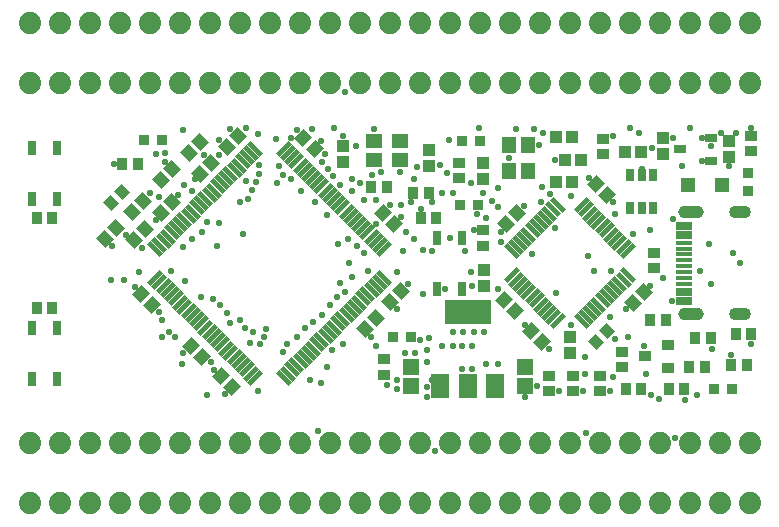
<source format=gbr>
%TF.GenerationSoftware,Altium Limited,Altium Designer,19.0.15 (446)*%
G04 Layer_Color=8388736*
%FSLAX45Y45*%
%MOMM*%
%TF.FileFunction,Soldermask,Top*%
%TF.Part,Single*%
G01*
G75*
%TA.AperFunction,ComponentPad*%
%ADD45C,1.88000*%
G04:AMPARAMS|DCode=46|XSize=1.08mm|YSize=1.88mm|CornerRadius=0.54mm|HoleSize=0mm|Usage=FLASHONLY|Rotation=90.000|XOffset=0mm|YOffset=0mm|HoleType=Round|Shape=RoundedRectangle|*
%AMROUNDEDRECTD46*
21,1,1.08000,0.80000,0,0,90.0*
21,1,0.00000,1.88000,0,0,90.0*
1,1,1.08000,0.40000,0.00000*
1,1,1.08000,0.40000,0.00000*
1,1,1.08000,-0.40000,0.00000*
1,1,1.08000,-0.40000,0.00000*
%
%ADD46ROUNDEDRECTD46*%
G04:AMPARAMS|DCode=47|XSize=1.08mm|YSize=2.18mm|CornerRadius=0.54mm|HoleSize=0mm|Usage=FLASHONLY|Rotation=90.000|XOffset=0mm|YOffset=0mm|HoleType=Round|Shape=RoundedRectangle|*
%AMROUNDEDRECTD47*
21,1,1.08000,1.10000,0,0,90.0*
21,1,0.00000,2.18000,0,0,90.0*
1,1,1.08000,0.55000,0.00000*
1,1,1.08000,0.55000,0.00000*
1,1,1.08000,-0.55000,0.00000*
1,1,1.08000,-0.55000,0.00000*
%
%ADD47ROUNDEDRECTD47*%
%ADD48C,0.08000*%
%TA.AperFunction,ViaPad*%
%ADD49C,0.58000*%
%TA.AperFunction,SMDPad,CuDef*%
%ADD57R,1.08000X0.98000*%
%ADD58R,1.08000X0.78000*%
%ADD59R,0.93000X1.03000*%
%ADD60R,0.68000X1.08000*%
%ADD61R,0.98000X1.08000*%
G04:AMPARAMS|DCode=62|XSize=0.38mm|YSize=1.48mm|CornerRadius=0mm|HoleSize=0mm|Usage=FLASHONLY|Rotation=45.000|XOffset=0mm|YOffset=0mm|HoleType=Round|Shape=Rectangle|*
%AMROTATEDRECTD62*
4,1,4,0.38891,-0.65761,-0.65761,0.38891,-0.38891,0.65761,0.65761,-0.38891,0.38891,-0.65761,0.0*
%
%ADD62ROTATEDRECTD62*%

G04:AMPARAMS|DCode=63|XSize=0.38mm|YSize=1.48mm|CornerRadius=0mm|HoleSize=0mm|Usage=FLASHONLY|Rotation=315.000|XOffset=0mm|YOffset=0mm|HoleType=Round|Shape=Rectangle|*
%AMROTATEDRECTD63*
4,1,4,-0.65761,-0.38891,0.38891,0.65761,0.65761,0.38891,-0.38891,-0.65761,-0.65761,-0.38891,0.0*
%
%ADD63ROTATEDRECTD63*%

%ADD64R,1.03000X0.93000*%
%ADD65R,1.23000X1.48000*%
G04:AMPARAMS|DCode=66|XSize=1.03mm|YSize=0.93mm|CornerRadius=0mm|HoleSize=0mm|Usage=FLASHONLY|Rotation=135.000|XOffset=0mm|YOffset=0mm|HoleType=Round|Shape=Rectangle|*
%AMROTATEDRECTD66*
4,1,4,0.69297,-0.03535,0.03535,-0.69297,-0.69297,0.03535,-0.03535,0.69297,0.69297,-0.03535,0.0*
%
%ADD66ROTATEDRECTD66*%

%TA.AperFunction,ConnectorPad*%
%ADD67R,1.37600X0.67600*%
%ADD68R,1.37600X0.37600*%
%TA.AperFunction,SMDPad,CuDef*%
%ADD69R,0.98000X0.88000*%
%ADD70R,0.88000X0.88000*%
%ADD71R,0.88000X0.88000*%
G04:AMPARAMS|DCode=72|XSize=1.08mm|YSize=0.98mm|CornerRadius=0mm|HoleSize=0mm|Usage=FLASHONLY|Rotation=225.000|XOffset=0mm|YOffset=0mm|HoleType=Round|Shape=Rectangle|*
%AMROTATEDRECTD72*
4,1,4,0.03535,0.72832,0.72832,0.03535,-0.03535,-0.72832,-0.72832,-0.03535,0.03535,0.72832,0.0*
%
%ADD72ROTATEDRECTD72*%

G04:AMPARAMS|DCode=73|XSize=1.08mm|YSize=0.98mm|CornerRadius=0mm|HoleSize=0mm|Usage=FLASHONLY|Rotation=315.000|XOffset=0mm|YOffset=0mm|HoleType=Round|Shape=Rectangle|*
%AMROTATEDRECTD73*
4,1,4,-0.72832,0.03535,-0.03535,0.72832,0.72832,-0.03535,0.03535,-0.72832,-0.72832,0.03535,0.0*
%
%ADD73ROTATEDRECTD73*%

%ADD74R,1.28000X1.28000*%
%ADD75R,1.28000X1.28000*%
%ADD76R,1.48000X1.23000*%
%ADD77R,3.88000X2.08000*%
%ADD78R,1.58000X2.08000*%
%ADD79R,1.48000X1.38000*%
%ADD80R,0.72600X1.27600*%
D45*
X7112000Y8636000D02*
D03*
X6604000D02*
D03*
X6858000D02*
D03*
X6350000D02*
D03*
X7366000D02*
D03*
X7874000D02*
D03*
X7620000D02*
D03*
X9652000D02*
D03*
X9398000D02*
D03*
X9906000D02*
D03*
X10160000D02*
D03*
X9144000D02*
D03*
X8890000D02*
D03*
X8382000D02*
D03*
X8636000D02*
D03*
X8128000D02*
D03*
X10414000D02*
D03*
X10922000D02*
D03*
X10668000D02*
D03*
X11176000D02*
D03*
X11430000D02*
D03*
X12446000D02*
D03*
X12192000D02*
D03*
X11684000D02*
D03*
X11938000D02*
D03*
X7112000Y5080000D02*
D03*
X6604000D02*
D03*
X6858000D02*
D03*
X6350000D02*
D03*
X7366000D02*
D03*
X7874000D02*
D03*
X7620000D02*
D03*
X9652000D02*
D03*
X9398000D02*
D03*
X9906000D02*
D03*
X10160000D02*
D03*
X9144000D02*
D03*
X8890000D02*
D03*
X8382000D02*
D03*
X8636000D02*
D03*
X8128000D02*
D03*
X10414000D02*
D03*
X10922000D02*
D03*
X10668000D02*
D03*
X11176000D02*
D03*
X11430000D02*
D03*
X12446000D02*
D03*
X12192000D02*
D03*
X11684000D02*
D03*
X11938000D02*
D03*
X7112000Y9144000D02*
D03*
X6604000D02*
D03*
X6858000D02*
D03*
X6350000D02*
D03*
X7366000D02*
D03*
X7874000D02*
D03*
X7620000D02*
D03*
X9652000D02*
D03*
X9398000D02*
D03*
X9906000D02*
D03*
X10160000D02*
D03*
X9144000D02*
D03*
X8890000D02*
D03*
X8382000D02*
D03*
X8636000D02*
D03*
X8128000D02*
D03*
X10414000D02*
D03*
X10922000D02*
D03*
X10668000D02*
D03*
X11176000D02*
D03*
X11430000D02*
D03*
X12446000D02*
D03*
X12192000D02*
D03*
X11684000D02*
D03*
X11938000D02*
D03*
X7112000Y5588000D02*
D03*
X6604000D02*
D03*
X6858000D02*
D03*
X6350000D02*
D03*
X7366000D02*
D03*
X7874000D02*
D03*
X7620000D02*
D03*
X9652000D02*
D03*
X9398000D02*
D03*
X9906000D02*
D03*
X10160000D02*
D03*
X9144000D02*
D03*
X8890000D02*
D03*
X8382000D02*
D03*
X8636000D02*
D03*
X8128000D02*
D03*
X10414000D02*
D03*
X10922000D02*
D03*
X10668000D02*
D03*
X11176000D02*
D03*
X11430000D02*
D03*
X12446000D02*
D03*
X12192000D02*
D03*
X11684000D02*
D03*
X11938000D02*
D03*
D46*
X12366250Y7544000D02*
D03*
Y6680000D02*
D03*
D47*
X11948250Y7544000D02*
D03*
Y6680000D02*
D03*
D48*
X11998250Y6823000D02*
D03*
Y7401000D02*
D03*
D49*
X7937500Y7255026D02*
D03*
X7848600Y7461728D02*
D03*
X7810500Y7378700D02*
D03*
X8155691Y7362703D02*
D03*
X7416400Y8035100D02*
D03*
X10210800Y6260144D02*
D03*
X9604678Y7320596D02*
D03*
X8559800Y7823200D02*
D03*
X8458200Y7933500D02*
D03*
X8496300Y7861300D02*
D03*
X8441196Y7790231D02*
D03*
X8293100Y7868604D02*
D03*
X8267700Y7797200D02*
D03*
X8229600Y7734300D02*
D03*
X8199321Y7658100D02*
D03*
X8961321Y7277100D02*
D03*
X9217786Y7048500D02*
D03*
X9679197Y6855969D02*
D03*
X8953500Y6823000D02*
D03*
X8890000Y6756400D02*
D03*
X8826500Y6673594D02*
D03*
X8750300Y6616700D02*
D03*
X9017000Y6870700D02*
D03*
X9653038Y6461886D02*
D03*
X9055100Y7112925D02*
D03*
X9459131Y7036865D02*
D03*
X10690330Y7760656D02*
D03*
X10756900Y7696200D02*
D03*
X9902040Y8154176D02*
D03*
X10341808Y7291314D02*
D03*
X11054131Y6172200D02*
D03*
X10796630Y7408985D02*
D03*
X10803541Y6860547D02*
D03*
X11048044Y6314970D02*
D03*
X10677358Y7631730D02*
D03*
X11078574Y7175666D02*
D03*
X12366250Y7112925D02*
D03*
X11305300Y6469275D02*
D03*
X11413639Y6492114D02*
D03*
X11462006Y7356997D02*
D03*
X11998250Y5997697D02*
D03*
X11274302Y7046685D02*
D03*
X11680470Y5963100D02*
D03*
X11290300Y6146966D02*
D03*
X11531600Y7912100D02*
D03*
X8978900Y6946900D02*
D03*
X9728200Y6477000D02*
D03*
X11811980Y5637159D02*
D03*
X11568981Y6172200D02*
D03*
X11061700Y5676900D02*
D03*
X10316574Y6261100D02*
D03*
X9279466Y6413500D02*
D03*
X9715500Y6375400D02*
D03*
Y6273800D02*
D03*
X9760019Y6121400D02*
D03*
X9525000Y6350000D02*
D03*
X9004300Y6426106D02*
D03*
X9715500Y5981700D02*
D03*
X8910800Y6375400D02*
D03*
X9715500Y6060970D02*
D03*
X8677550Y6565900D02*
D03*
X8610600Y6487100D02*
D03*
X8864600Y6237464D02*
D03*
X8525150Y6426200D02*
D03*
X7848600Y5994400D02*
D03*
X8497881Y6362700D02*
D03*
X8820406Y6096000D02*
D03*
X8724900Y6121400D02*
D03*
X9779000Y5524500D02*
D03*
X8284216Y6032500D02*
D03*
X8348316Y6556270D02*
D03*
X8788400Y5688644D02*
D03*
X8216900Y6438900D02*
D03*
X8331569Y6489700D02*
D03*
X8296600Y6426106D02*
D03*
X7886700Y6273800D02*
D03*
X8242300Y6532173D02*
D03*
X8176754Y6565000D02*
D03*
X8128000Y6629400D02*
D03*
X8049660Y6604000D02*
D03*
X8019500Y6692900D02*
D03*
X7962900Y6756400D02*
D03*
X7899400Y6807200D02*
D03*
X7802173Y6823000D02*
D03*
X7638096Y6261100D02*
D03*
X7645400Y6350000D02*
D03*
X7581900Y6487100D02*
D03*
X7531100Y6527800D02*
D03*
X7467600Y6487100D02*
D03*
X7035800Y6972300D02*
D03*
X7150100Y6971728D02*
D03*
X7277100Y7035800D02*
D03*
X7467600Y6629400D02*
D03*
X7448619Y6703100D02*
D03*
X7663840Y6960996D02*
D03*
X7549941Y7046685D02*
D03*
X7239000Y6914010D02*
D03*
X7302500Y7239000D02*
D03*
X7493000Y8048500D02*
D03*
X7442200Y7670800D02*
D03*
X7721600Y7320596D02*
D03*
X7645400Y8242300D02*
D03*
Y7251700D02*
D03*
X7416800Y7480300D02*
D03*
X7747000Y7823200D02*
D03*
X7658100Y7772400D02*
D03*
X7607300Y7691827D02*
D03*
X7721600Y7727950D02*
D03*
X8128000Y7629630D02*
D03*
X7950200Y7454900D02*
D03*
X9017956Y8559800D02*
D03*
X8432966Y8166100D02*
D03*
X8610600Y8242300D02*
D03*
X8293100Y7944431D02*
D03*
X8178800Y8255000D02*
D03*
X8280400Y8204200D02*
D03*
X8178800Y7810500D02*
D03*
X7950200Y8026400D02*
D03*
X8559800Y8173359D02*
D03*
X8820406Y8143800D02*
D03*
X8851900Y8039100D02*
D03*
X8737298Y8246417D02*
D03*
X8826500Y7969800D02*
D03*
X8928100Y8255000D02*
D03*
X9004300Y8193000D02*
D03*
X9114397Y8108950D02*
D03*
X9575800Y7629630D02*
D03*
X9283700Y7645400D02*
D03*
X9182100D02*
D03*
X9401071Y7603439D02*
D03*
X9080500Y7721600D02*
D03*
X8978900Y7772400D02*
D03*
X8915400Y7848600D02*
D03*
X9080500Y7823200D02*
D03*
X9496529Y7603439D02*
D03*
X9537700Y7378700D02*
D03*
X9144000Y7791100D02*
D03*
X8877300Y7911579D02*
D03*
X8648700Y7724897D02*
D03*
X10156062Y8255000D02*
D03*
X8763000Y7632700D02*
D03*
X9245600Y7861300D02*
D03*
X9321800Y7886700D02*
D03*
X10464800Y8253110D02*
D03*
X8864600Y7521727D02*
D03*
X10617200Y8253110D02*
D03*
X9601200Y7823200D02*
D03*
X10693400Y8216900D02*
D03*
X10083800Y7791100D02*
D03*
X10541000Y5981700D02*
D03*
X10642600Y6073100D02*
D03*
X10833100Y6031000D02*
D03*
X11036300Y6032500D02*
D03*
X11264900Y6031000D02*
D03*
X11607800Y5994400D02*
D03*
X11895750Y5956300D02*
D03*
X12292100Y6337300D02*
D03*
X12460200Y6426106D02*
D03*
X12125025Y6390751D02*
D03*
X11710030Y6987000D02*
D03*
X12460200Y8254721D02*
D03*
X12268200Y7933500D02*
D03*
X12039600Y7978670D02*
D03*
X11796980Y8175730D02*
D03*
X11620500Y8089900D02*
D03*
X11290300Y8193753D02*
D03*
X10795000Y7987300D02*
D03*
X10662939Y8117281D02*
D03*
X10410200Y8001000D02*
D03*
X9822750Y7944431D02*
D03*
X9753353Y7629630D02*
D03*
X9663200Y7569200D02*
D03*
X9867900Y6896233D02*
D03*
X10312470Y6897000D02*
D03*
X10096500Y6921081D02*
D03*
X10033000Y7219340D02*
D03*
X10083800Y7035800D02*
D03*
X10107900Y7391307D02*
D03*
X9880600Y7874000D02*
D03*
X9496529Y7506727D02*
D03*
X10312470Y7747000D02*
D03*
X9842500Y7708900D02*
D03*
X9042400Y7320596D02*
D03*
X10185400Y7708900D02*
D03*
X9931427D02*
D03*
X11430000Y8254721D02*
D03*
X10261600Y7642330D02*
D03*
X10134600Y7529437D02*
D03*
X10312400Y7589783D02*
D03*
X10210800Y7493000D02*
D03*
X9283700Y7442200D02*
D03*
X9262600Y8246417D02*
D03*
X9626600Y7924800D02*
D03*
X9486900Y7886700D02*
D03*
X11506200Y8216900D02*
D03*
X9906000Y7327000D02*
D03*
X9760019Y7213600D02*
D03*
X9118600Y7262900D02*
D03*
X10337800Y7378700D02*
D03*
X9182100Y7200900D02*
D03*
X11938000Y8255000D02*
D03*
X9080500Y6997700D02*
D03*
X7912100Y6211182D02*
D03*
X8001000Y6007100D02*
D03*
X10198100Y6527800D02*
D03*
X10109200Y6532173D02*
D03*
X10020300D02*
D03*
X9931400D02*
D03*
X10096500Y6410430D02*
D03*
X10013500D02*
D03*
X9931400D02*
D03*
X9842500D02*
D03*
X9374100Y6083300D02*
D03*
X9459407Y6045200D02*
D03*
Y6121400D02*
D03*
X9613900Y6350000D02*
D03*
X9244100Y6491421D02*
D03*
X9461500Y6726627D02*
D03*
X9550400Y6938759D02*
D03*
X7048500Y7262900D02*
D03*
X7162800Y7355952D02*
D03*
X7366000Y7708900D02*
D03*
X7061200Y7950200D02*
D03*
X7493000Y7965970D02*
D03*
X7823200Y8026400D02*
D03*
X7950200Y8153400D02*
D03*
X8049660Y8246417D02*
D03*
X11303000Y7531100D02*
D03*
X11606300Y7391307D02*
D03*
X11125200Y7048500D02*
D03*
X11264900Y6654800D02*
D03*
X12103100Y7277100D02*
D03*
X12306300Y7202400D02*
D03*
X12026900Y7048500D02*
D03*
X12118800Y6934200D02*
D03*
X10536627Y7594600D02*
D03*
X11553930Y6410430D02*
D03*
X10604500Y7188200D02*
D03*
X9512300Y7213600D02*
D03*
X9677400Y7226300D02*
D03*
X10096500Y6213974D02*
D03*
X10013500D02*
D03*
X10210800Y6638238D02*
D03*
Y6772170D02*
D03*
X9906000D02*
D03*
Y6638238D02*
D03*
X10934700Y6591300D02*
D03*
X11874500Y7937500D02*
D03*
X10934700Y7683500D02*
D03*
X12039600Y8175730D02*
D03*
X12115800Y8108950D02*
D03*
X12204700Y8216900D02*
D03*
X12331700D02*
D03*
X11798300Y7491115D02*
D03*
X11785600Y6792000D02*
D03*
X11398639Y6726627D02*
D03*
X11606300Y6921081D02*
D03*
X10541000Y6591300D02*
D03*
X10744200Y6388100D02*
D03*
X11087100Y7832281D02*
D03*
X11290300Y7629630D02*
D03*
D57*
X12268200Y8009700D02*
D03*
Y8144700D02*
D03*
X11709400Y8170100D02*
D03*
Y8035100D02*
D03*
X10185400Y7825481D02*
D03*
Y7960481D02*
D03*
X10922000Y6352100D02*
D03*
Y6487100D02*
D03*
X9004300Y8106600D02*
D03*
Y7971600D02*
D03*
X9728200Y7933500D02*
D03*
Y8068500D02*
D03*
X10198100Y6924292D02*
D03*
Y7059292D02*
D03*
D58*
X12118800Y7982200D02*
D03*
Y8172200D02*
D03*
X11858800Y8077200D02*
D03*
D59*
X11606300Y6629400D02*
D03*
X11736300D02*
D03*
X11893750Y6045200D02*
D03*
X11763750D02*
D03*
X11987300Y6477000D02*
D03*
X12117300D02*
D03*
X11936500Y6235700D02*
D03*
X12066500D02*
D03*
X12330200Y6515100D02*
D03*
X12460200D02*
D03*
X12292100Y6248400D02*
D03*
X12422100D02*
D03*
X11528639Y6045200D02*
D03*
X11398639D02*
D03*
X9374100Y7759700D02*
D03*
X9244100D02*
D03*
X9729700Y7708900D02*
D03*
X9599700D02*
D03*
X7135900Y7950200D02*
D03*
X7265900D02*
D03*
X9663200Y7493000D02*
D03*
X9793200D02*
D03*
X6542000Y6731000D02*
D03*
X6412000D02*
D03*
X6542000Y7493000D02*
D03*
X6412000D02*
D03*
D60*
X11626600Y7584100D02*
D03*
X11531600D02*
D03*
X11436600D02*
D03*
Y7859100D02*
D03*
X11531600D02*
D03*
X11626600D02*
D03*
D61*
X11522900Y8051800D02*
D03*
X11387900D02*
D03*
X10879900Y7988300D02*
D03*
X11014900D02*
D03*
X10938700Y8178800D02*
D03*
X10803700D02*
D03*
X10938700Y7804150D02*
D03*
X10803700D02*
D03*
D62*
X10819470Y7603439D02*
D03*
X10784114Y7568084D02*
D03*
X10748759Y7532728D02*
D03*
X10713404Y7497373D02*
D03*
X10678048Y7462018D02*
D03*
X10642693Y7426662D02*
D03*
X10607337Y7391307D02*
D03*
X10571982Y7355952D02*
D03*
X10536627Y7320596D02*
D03*
X10501271Y7285241D02*
D03*
X10465916Y7249886D02*
D03*
X10430561Y7214530D02*
D03*
X11024531Y6620561D02*
D03*
X11059886Y6655916D02*
D03*
X11095241Y6691271D02*
D03*
X11130597Y6726627D02*
D03*
X11165952Y6761982D02*
D03*
X11201307Y6797337D02*
D03*
X11236663Y6832693D02*
D03*
X11272018Y6868048D02*
D03*
X11307373Y6903403D02*
D03*
X11342729Y6938759D02*
D03*
X11378084Y6974114D02*
D03*
X11413439Y7009469D02*
D03*
X9350736Y6991792D02*
D03*
X9315381Y6956436D02*
D03*
X9280026Y6921081D02*
D03*
X9244670Y6885726D02*
D03*
X9209315Y6850371D02*
D03*
X9173960Y6815015D02*
D03*
X9138604Y6779660D02*
D03*
X9103249Y6744305D02*
D03*
X9067894Y6708949D02*
D03*
X9032538Y6673594D02*
D03*
X8997183Y6638238D02*
D03*
X8961827Y6602883D02*
D03*
X8926472Y6567528D02*
D03*
X8891117Y6532173D02*
D03*
X8855762Y6496817D02*
D03*
X8820406Y6461462D02*
D03*
X8785051Y6426106D02*
D03*
X8749695Y6390751D02*
D03*
X8714340Y6355396D02*
D03*
X8678985Y6320040D02*
D03*
X8643629Y6284685D02*
D03*
X8608274Y6249330D02*
D03*
X8572919Y6213974D02*
D03*
X8537564Y6178619D02*
D03*
X8502208Y6143264D02*
D03*
X7413264Y7232208D02*
D03*
X7448619Y7267564D02*
D03*
X7483974Y7302919D02*
D03*
X7519330Y7338274D02*
D03*
X7554685Y7373629D02*
D03*
X7590040Y7408985D02*
D03*
X7625396Y7444340D02*
D03*
X7660751Y7479695D02*
D03*
X7696106Y7515051D02*
D03*
X7731462Y7550406D02*
D03*
X7766817Y7585762D02*
D03*
X7802173Y7621117D02*
D03*
X7837528Y7656472D02*
D03*
X7872883Y7691827D02*
D03*
X7908238Y7727183D02*
D03*
X7943594Y7762538D02*
D03*
X7978949Y7797894D02*
D03*
X8014305Y7833249D02*
D03*
X8049660Y7868604D02*
D03*
X8085015Y7903960D02*
D03*
X8120371Y7939315D02*
D03*
X8155726Y7974670D02*
D03*
X8191081Y8010026D02*
D03*
X8226436Y8045381D02*
D03*
X8261792Y8080736D02*
D03*
D63*
X10430561Y7009469D02*
D03*
X10465916Y6974114D02*
D03*
X10501271Y6938759D02*
D03*
X10536627Y6903403D02*
D03*
X10571982Y6868048D02*
D03*
X10607337Y6832693D02*
D03*
X10642693Y6797337D02*
D03*
X10678048Y6761982D02*
D03*
X10713403Y6726627D02*
D03*
X10748759Y6691271D02*
D03*
X10784114Y6655916D02*
D03*
X10819469Y6620561D02*
D03*
X11413439Y7214530D02*
D03*
X11378084Y7249886D02*
D03*
X11342729Y7285241D02*
D03*
X11307373Y7320596D02*
D03*
X11272018Y7355952D02*
D03*
X11236663Y7391307D02*
D03*
X11201307Y7426662D02*
D03*
X11165952Y7462018D02*
D03*
X11130596Y7497373D02*
D03*
X11095241Y7532728D02*
D03*
X11059886Y7568084D02*
D03*
X11024530Y7603439D02*
D03*
X8502208Y8080736D02*
D03*
X8537564Y8045381D02*
D03*
X8572919Y8010026D02*
D03*
X8608274Y7974670D02*
D03*
X8643629Y7939315D02*
D03*
X8678985Y7903960D02*
D03*
X8714340Y7868604D02*
D03*
X8749695Y7833249D02*
D03*
X8785051Y7797894D02*
D03*
X8820406Y7762538D02*
D03*
X8855762Y7727183D02*
D03*
X8891117Y7691827D02*
D03*
X8926472Y7656472D02*
D03*
X8961827Y7621117D02*
D03*
X8997183Y7585762D02*
D03*
X9032538Y7550406D02*
D03*
X9067894Y7515051D02*
D03*
X9103249Y7479695D02*
D03*
X9138604Y7444340D02*
D03*
X9173960Y7408985D02*
D03*
X9209315Y7373629D02*
D03*
X9244670Y7338274D02*
D03*
X9280026Y7302919D02*
D03*
X9315381Y7267564D02*
D03*
X9350736Y7232208D02*
D03*
X8261792Y6143264D02*
D03*
X8226436Y6178619D02*
D03*
X8191081Y6213974D02*
D03*
X8155726Y6249330D02*
D03*
X8120371Y6284685D02*
D03*
X8085015Y6320040D02*
D03*
X8049660Y6355396D02*
D03*
X8014305Y6390751D02*
D03*
X7978949Y6426106D02*
D03*
X7943594Y6461462D02*
D03*
X7908238Y6496817D02*
D03*
X7872883Y6532173D02*
D03*
X7837528Y6567528D02*
D03*
X7802173Y6602883D02*
D03*
X7766817Y6638238D02*
D03*
X7731462Y6673594D02*
D03*
X7696106Y6708949D02*
D03*
X7660751Y6744305D02*
D03*
X7625396Y6779660D02*
D03*
X7590040Y6815015D02*
D03*
X7554685Y6850371D02*
D03*
X7519330Y6885726D02*
D03*
X7483974Y6921081D02*
D03*
X7448619Y6956436D02*
D03*
X7413264Y6991792D02*
D03*
D64*
X11201307Y8167600D02*
D03*
Y8037600D02*
D03*
X11176000Y6031000D02*
D03*
Y6161000D02*
D03*
X11633200Y7072400D02*
D03*
Y7202400D02*
D03*
X10748759Y6161000D02*
D03*
Y6031000D02*
D03*
X10951400Y6031000D02*
D03*
Y6161000D02*
D03*
X11366500Y6234200D02*
D03*
Y6364200D02*
D03*
X12458700Y8063000D02*
D03*
Y8193000D02*
D03*
X10185400Y7392900D02*
D03*
Y7262900D02*
D03*
X9347200Y6170700D02*
D03*
Y6300700D02*
D03*
X9982200Y7962281D02*
D03*
Y7832281D02*
D03*
D65*
X10410200Y8117281D02*
D03*
X10570200D02*
D03*
X10410200Y7897281D02*
D03*
X10570200D02*
D03*
D66*
X11142738Y6443738D02*
D03*
X11234662Y6535662D02*
D03*
X7040638Y7624838D02*
D03*
X7132562Y7716762D02*
D03*
D67*
X11890750Y7432000D02*
D03*
Y7352000D02*
D03*
Y6792000D02*
D03*
Y6872000D02*
D03*
D68*
Y7287000D02*
D03*
Y7237000D02*
D03*
Y7187000D02*
D03*
Y7137000D02*
D03*
Y7087000D02*
D03*
Y7037000D02*
D03*
Y6987000D02*
D03*
Y6937000D02*
D03*
D69*
X11758600Y6229600D02*
D03*
Y6419600D02*
D03*
X11558600Y6324600D02*
D03*
D70*
X12433300Y7722800D02*
D03*
Y7872800D02*
D03*
D71*
X12142400Y6045200D02*
D03*
X12292400D02*
D03*
X7316400Y8153400D02*
D03*
X7466400D02*
D03*
X9574600Y6489700D02*
D03*
X9424600D02*
D03*
X10146100Y7607300D02*
D03*
X9996100D02*
D03*
X10158800Y8144700D02*
D03*
X10008800D02*
D03*
D72*
X11236430Y7686570D02*
D03*
X11140970Y7782030D02*
D03*
X10594870Y6537430D02*
D03*
X10690330Y6441970D02*
D03*
X7388330Y6759470D02*
D03*
X7292870Y6854930D02*
D03*
X8061430Y6060970D02*
D03*
X7965970Y6156430D02*
D03*
X8666611Y8175730D02*
D03*
X8762070Y8080270D02*
D03*
X9433030Y7445270D02*
D03*
X9337570Y7540730D02*
D03*
X10461729Y6708671D02*
D03*
X10366271Y6804129D02*
D03*
X7807430Y6314970D02*
D03*
X7711970Y6410430D02*
D03*
D73*
X10474430Y7540730D02*
D03*
X10378970Y7445270D02*
D03*
X11458470Y6772170D02*
D03*
X11553930Y6867630D02*
D03*
X7229370Y7308222D02*
D03*
X7324830Y7403682D02*
D03*
X7312130Y7642330D02*
D03*
X7216670Y7546870D02*
D03*
X6988070Y7318270D02*
D03*
X7083530Y7413730D02*
D03*
X8016770Y8092970D02*
D03*
X8112230Y8188430D02*
D03*
X7788170Y7864370D02*
D03*
X7883630Y7959830D02*
D03*
X7553430Y7629630D02*
D03*
X7457970Y7534170D02*
D03*
X9496529Y6880422D02*
D03*
X9401071Y6784963D02*
D03*
X7457970Y7813570D02*
D03*
X7553430Y7909030D02*
D03*
X7699270Y8042170D02*
D03*
X7794730Y8137630D02*
D03*
X9280630Y6651730D02*
D03*
X9185170Y6556270D02*
D03*
D74*
X11922000Y7772400D02*
D03*
D75*
X12208000D02*
D03*
D76*
X9482600Y8144500D02*
D03*
Y7984500D02*
D03*
X9262600Y8144500D02*
D03*
Y7984500D02*
D03*
D77*
X10058400Y6703100D02*
D03*
D78*
X10288400Y6073100D02*
D03*
X10058400D02*
D03*
X9828400D02*
D03*
D79*
X9575800Y6077464D02*
D03*
Y6237464D02*
D03*
X10541000Y6077464D02*
D03*
Y6237464D02*
D03*
D80*
X10013500Y6897000D02*
D03*
X9798500D02*
D03*
Y7327000D02*
D03*
X10013500D02*
D03*
X6584500Y6135000D02*
D03*
X6369500D02*
D03*
Y6565000D02*
D03*
X6584500D02*
D03*
X6369500Y8089000D02*
D03*
X6584500D02*
D03*
Y7659000D02*
D03*
X6369500D02*
D03*
%TF.MD5,27561d022b1f38294e2c00119dd1a944*%
M02*

</source>
